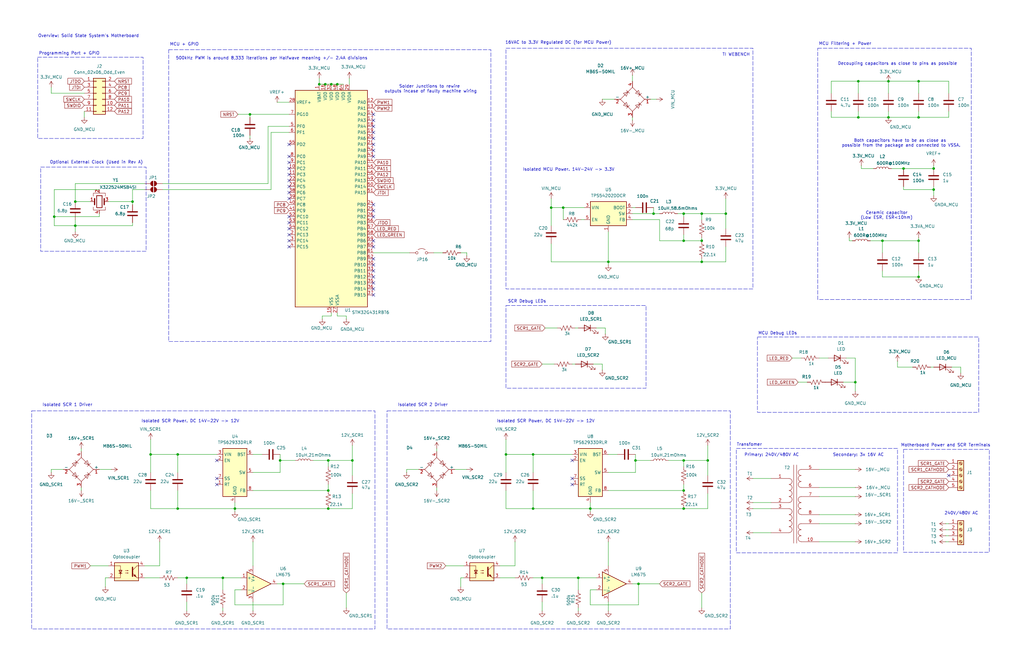
<source format=kicad_sch>
(kicad_sch (version 20250114) (generator "eeschema") (generator_version "9.0")
  (paper "B")
  (title_block (title "SSS SCR Motherboard") (date "2025-07-11") (rev "A") (company "Secured Solutions Group"))
  (rectangle (start 381 189.611) (end 417.195 233.045) (stroke (width 0) (type dash)))
  (rectangle (start 13.335 173.355) (end 158.115 265.43) (stroke (width 0) (type dash)))
  (rectangle (start 213.36 20.32) (end 317.5 121.92) (stroke (width 0) (type dash)))
  (rectangle (start 163.195 173.355) (end 307.975 265.43) (stroke (width 0) (type dash)))
  (rectangle (start 213.36 128.905) (end 272.415 163.83) (stroke (width 0) (type dash)))
  (rectangle (start 17.145 70.485) (end 61.595 106.045) (stroke (width 0) (type dash)))
  (rectangle (start 71.12 20.955) (end 207.01 144.145) (stroke (width 0) (type dash)))
  (rectangle (start 344.805 20.32) (end 409.575 126.365) (stroke (width 0) (type dash)))
  (rectangle (start 310.515 189.23) (end 378.46 233.299) (stroke (width 0) (type dash)))
  (rectangle (start 15.875 24.13) (end 60.325 58.42) (stroke (width 0) (type dash)))
  (rectangle (start 319.405 142.24) (end 412.75 173.99) (stroke (width 0) (type dash)))
  (text "Secondary: 3x 16V AC" (at 361.95 192.024 0) (effects (font (size 1.27 1.27))))
  (text "Isolated SCR Power. DC 14V-22V -> 12V" (at 80.264 177.8 0) (effects (font (size 1.27 1.27))))
  (text "Motherboard Power and SCR Terminals" (at 398.78 187.96 0) (effects (font (size 1.27 1.27))))
  (text "Isolated SCR 2 Driver\n" (at 178.308 170.942 0) (effects (font (size 1.27 1.27))))
  (text "MCU + GPIO" (at 77.724 18.796 0) (effects (font (size 1.27 1.27))))
  (text "Isolated SCR 1 Driver\n" (at 28.448 170.942 0) (effects (font (size 1.27 1.27))))
  (text "Decoupling capacitors as close to pins as possible" (at 378.46 26.924 0) (effects (font (size 1.27 1.27))))
  (text "Primary: 240V/480V AC" (at 325.374 192.024 0) (effects (font (size 1.27 1.27))))
  (text "Optional External Clock (Used in Rev A)" (at 40.64 68.58 0) (effects (font (size 1.27 1.27))))
  (text "Transfomer" (at 315.976 187.706 0) (effects (font (size 1.27 1.27))))
  (text "SCR Debug LEDs" (at 222.25 127.254 0) (effects (font (size 1.27 1.27))))
  (text "Solder Junctions to rewire \noutputs incase of faulty machine wiring" (at 181.61 37.592 0) (effects (font (size 1.27 1.27))))
  (text "500kHz PWM is around 8,333 iterations per Halfwave meaning +/- 2.4A divisions" (at 114.554 24.638 0) (effects (font (size 1.27 1.27))))
  (text "MCU Filtering + Power\n" (at 356.362 18.542 0) (effects (font (size 1.27 1.27))))
  (text "Isolated MCU Power. 14V-24V -> 3.3V" (at 239.776 71.628 0) (effects (font (size 1.27 1.27))))
  (text "Both capacitors have to be as close as \npossible from the package and connected to VSSA.\n" (at 379.984 60.452 0) (effects (font (size 1.27 1.27))))
  (text "TI WEBENCH" (at 310.388 23.114 0) (effects (font (size 1.27 1.27))))
  (text "Ceramic capacitor\n(Low ESR, ESR<10hm)" (at 373.888 90.932 0) (effects (font (size 1.27 1.27))))
  (text "Isolated SCR Power. DC 14V-22V -> 12V" (at 230.124 177.8 0) (effects (font (size 1.27 1.27))))
  (text "Programming Port + GPIO" (at 29.21 22.606 0) (effects (font (size 1.27 1.27))))
  (text "MCU Debug LEDs" (at 327.914 140.716 0) (effects (font (size 1.27 1.27))))
  (text "240V/480V AC" (at 405.384 216.662 0) (effects (font (size 1.27 1.27))))
  (text "Overview: Solid State System's Motherboard" (at 37.338 15.24 0) (effects (font (size 1.27 1.27))))
  (text "16VAC to 3.3V Regulated DC (for MCU Power)\n" (at 235.458 18.034 0) (effects (font (size 1.27 1.27))))
  (junction (at 295.91 101.6))
  (junction (at 55.88 85.09))
  (junction (at 288.29 90.17))
  (junction (at 248.92 214.63))
  (junction (at 393.7 80.01))
  (junction (at 295.91 90.17))
  (junction (at 387.35 49.53))
  (junction (at 213.36 191.77))
  (junction (at 93.98 243.84))
  (junction (at 74.93 191.77))
  (junction (at 137.16 35.56))
  (junction (at 381 71.12))
  (junction (at 374.65 34.29))
  (junction (at 387.35 116.84))
  (junction (at 99.06 214.63))
  (junction (at 31.75 95.25))
  (junction (at 105.41 48.26))
  (junction (at 275.59 90.17))
  (junction (at 387.35 101.6))
  (junction (at 243.84 243.84))
  (junction (at 224.79 214.63))
  (junction (at 74.93 214.63))
  (junction (at 361.95 49.53))
  (junction (at 306.07 90.17))
  (junction (at 31.75 85.09))
  (junction (at 119.38 246.38))
  (junction (at 256.54 110.49))
  (junction (at 63.5 191.77))
  (junction (at 138.43 214.63))
  (junction (at 374.65 49.53))
  (junction (at 142.24 35.56))
  (junction (at 269.24 246.38))
  (junction (at 288.29 194.31))
  (junction (at 295.91 110.49))
  (junction (at 228.6 243.84))
  (junction (at 360.68 161.29))
  (junction (at 237.49 87.63))
  (junction (at 139.7 35.56))
  (junction (at 138.43 207.01))
  (junction (at 387.35 34.29))
  (junction (at 78.74 243.84))
  (junction (at 267.97 194.31))
  (junction (at 288.29 214.63))
  (junction (at 138.43 194.31))
  (junction (at 232.41 87.63))
  (junction (at 288.29 101.6))
  (junction (at 298.45 194.31))
  (junction (at 22.86 91.44))
  (junction (at 134.62 35.56))
  (junction (at 288.29 207.01))
  (junction (at 118.11 194.31))
  (junction (at 393.7 71.12))
  (junction (at 224.79 191.77))
  (junction (at 361.95 34.29))
  (junction (at 148.59 194.31))
  (junction (at 372.11 101.6))
  (no_connect (at 91.44 194.31))
  (no_connect (at 91.44 204.47))
  (no_connect (at 157.48 119.38))
  (no_connect (at 121.92 73.66))
  (no_connect (at 121.92 81.28))
  (no_connect (at 121.92 93.98))
  (no_connect (at 121.92 76.2))
  (no_connect (at 157.48 48.26))
  (no_connect (at 157.48 114.3))
  (no_connect (at 157.48 63.5))
  (no_connect (at 121.92 104.14))
  (no_connect (at 157.48 101.6))
  (no_connect (at 121.92 101.6))
  (no_connect (at 157.48 86.36))
  (no_connect (at 121.92 78.74))
  (no_connect (at 157.48 50.8))
  (no_connect (at 157.48 53.34))
  (no_connect (at 241.3 204.47))
  (no_connect (at 400.05 200.66))
  (no_connect (at 241.3 194.31))
  (no_connect (at 121.92 91.44))
  (no_connect (at 121.92 83.82))
  (no_connect (at 121.92 60.96))
  (no_connect (at 121.92 66.04))
  (no_connect (at 241.3 201.93))
  (no_connect (at 157.48 91.44))
  (no_connect (at 157.48 88.9))
  (no_connect (at 157.48 58.42))
  (no_connect (at 157.48 121.92))
  (no_connect (at 157.48 60.96))
  (no_connect (at 121.92 99.06))
  (no_connect (at 121.92 68.58))
  (no_connect (at 121.92 71.12))
  (no_connect (at 157.48 55.88))
  (no_connect (at 157.48 109.22))
  (no_connect (at 91.44 201.93))
  (no_connect (at 157.48 111.76))
  (no_connect (at 157.48 66.04))
  (no_connect (at 121.92 96.52))
  (no_connect (at 157.48 116.84))
  (no_connect (at 157.48 104.14))
  (no_connect (at 157.48 124.46))
  (wire (pts (xy 245.11 92.71) (xy 246.38 92.71)))
  (wire (pts (xy 100.33 48.26) (xy 105.41 48.26)))
  (wire (pts (xy 360.68 217.17) (xy 345.44 217.17)))
  (wire (pts (xy 93.98 243.84) (xy 93.98 248.92)))
  (wire (pts (xy 361.95 46.99) (xy 361.95 49.53)))
  (wire (pts (xy 60.96 80.01) (xy 55.88 80.01)))
  (wire (pts (xy 363.22 69.85) (xy 363.22 71.12)))
  (wire (pts (xy 400.05 46.99) (xy 400.05 49.53)))
  (wire (pts (xy 387.35 46.99) (xy 387.35 49.53)))
  (wire (pts (xy 375.92 71.12) (xy 381 71.12)))
  (wire (pts (xy 119.38 246.38) (xy 116.84 246.38)))
  (wire (pts (xy 266.7 49.53) (xy 266.7 50.8)))
  (wire (pts (xy 99.06 212.09) (xy 99.06 214.63)))
  (wire (pts (xy 21.59 36.83) (xy 21.59 39.37)))
  (wire (pts (xy 31.75 85.09) (xy 38.1 85.09)))
  (wire (pts (xy 217.17 228.6) (xy 217.17 238.76)))
  (wire (pts (xy 337.82 151.13) (xy 334.01 151.13)))
  (wire (pts (xy 248.92 248.92) (xy 248.92 255.27)))
  (wire (pts (xy 182.88 106.68) (xy 186.69 106.68)))
  (wire (pts (xy 356.87 151.13) (xy 360.68 151.13)))
  (wire (pts (xy 213.36 214.63) (xy 224.79 214.63)))
  (wire (pts (xy 361.95 34.29) (xy 374.65 34.29)))
  (wire (pts (xy 288.29 99.06) (xy 288.29 101.6)))
  (wire (pts (xy 138.43 194.31) (xy 148.59 194.31)))
  (wire (pts (xy 132.08 194.31) (xy 138.43 194.31)))
  (wire (pts (xy 398.78 228.6) (xy 400.05 228.6)))
  (wire (pts (xy 114.3 80.01) (xy 68.58 80.01)))
  (wire (pts (xy 224.79 191.77) (xy 241.3 191.77)))
  (wire (pts (xy 255.27 138.43) (xy 251.46 138.43)))
  (wire (pts (xy 256.54 111.76) (xy 256.54 110.49)))
  (wire (pts (xy 288.29 204.47) (xy 288.29 207.01)))
  (wire (pts (xy 34.29 205.74) (xy 34.29 207.01)))
  (wire (pts (xy 113.03 77.47) (xy 113.03 53.34)))
  (wire (pts (xy 213.36 207.01) (xy 213.36 214.63)))
  (wire (pts (xy 256.54 110.49) (xy 295.91 110.49)))
  (wire (pts (xy 113.03 77.47) (xy 68.58 77.47)))
  (wire (pts (xy 21.59 199.39) (xy 21.59 198.12)))
  (wire (pts (xy 360.68 205.74) (xy 345.44 205.74)))
  (wire (pts (xy 93.98 256.54) (xy 93.98 257.81)))
  (wire (pts (xy 350.52 46.99) (xy 350.52 49.53)))
  (wire (pts (xy 360.68 228.6) (xy 345.44 228.6)))
  (wire (pts (xy 360.68 198.12) (xy 345.44 198.12)))
  (wire (pts (xy 116.84 43.18) (xy 121.92 43.18)))
  (wire (pts (xy 31.75 85.09) (xy 31.75 77.47)))
  (wire (pts (xy 393.7 80.01) (xy 393.7 78.74)))
  (wire (pts (xy 106.68 228.6) (xy 106.68 238.76)))
  (wire (pts (xy 106.68 254) (xy 106.68 257.81)))
  (wire (pts (xy 237.49 87.63) (xy 246.38 87.63)))
  (wire (pts (xy 398.78 226.06) (xy 400.05 226.06)))
  (wire (pts (xy 243.84 243.84) (xy 251.46 243.84)))
  (wire (pts (xy 372.11 101.6) (xy 387.35 101.6)))
  (wire (pts (xy 194.31 243.84) (xy 195.58 243.84)))
  (wire (pts (xy 228.6 153.67) (xy 233.68 153.67)))
  (wire (pts (xy 400.05 39.37) (xy 400.05 34.29)))
  (wire (pts (xy 114.3 80.01) (xy 114.3 55.88)))
  (wire (pts (xy 78.74 254) (xy 78.74 257.81)))
  (wire (pts (xy 306.07 90.17) (xy 306.07 83.82)))
  (wire (pts (xy 393.7 82.55) (xy 393.7 80.01)))
  (wire (pts (xy 398.78 220.98) (xy 400.05 220.98)))
  (wire (pts (xy 254 156.21) (xy 254 153.67)))
  (wire (pts (xy 248.92 255.27) (xy 269.24 255.27)))
  (wire (pts (xy 254 41.91) (xy 259.08 41.91)))
  (wire (pts (xy 134.62 33.02) (xy 134.62 35.56)))
  (wire (pts (xy 134.62 35.56) (xy 137.16 35.56)))
  (wire (pts (xy 248.92 214.63) (xy 288.29 214.63)))
  (wire (pts (xy 381 80.01) (xy 381 78.74)))
  (wire (pts (xy 224.79 207.01) (xy 224.79 214.63)))
  (wire (pts (xy 142.24 35.56) (xy 144.78 35.56)))
  (wire (pts (xy 106.68 199.39) (xy 118.11 199.39)))
  (wire (pts (xy 358.14 101.6) (xy 359.41 101.6)))
  (wire (pts (xy 361.95 39.37) (xy 361.95 34.29)))
  (wire (pts (xy 350.52 34.29) (xy 350.52 39.37)))
  (wire (pts (xy 22.86 80.01) (xy 22.86 91.44)))
  (wire (pts (xy 41.91 91.44) (xy 41.91 90.17)))
  (wire (pts (xy 228.6 243.84) (xy 243.84 243.84)))
  (wire (pts (xy 99.06 248.92) (xy 99.06 255.27)))
  (wire (pts (xy 360.68 220.98) (xy 345.44 220.98)))
  (wire (pts (xy 278.13 92.71) (xy 278.13 101.6)))
  (wire (pts (xy 139.7 133.35) (xy 135.89 133.35)))
  (wire (pts (xy 148.59 200.66) (xy 148.59 194.31)))
  (wire (pts (xy 367.03 101.6) (xy 372.11 101.6)))
  (wire (pts (xy 255.27 140.97) (xy 255.27 138.43)))
  (wire (pts (xy 248.92 212.09) (xy 248.92 214.63)))
  (wire (pts (xy 295.91 250.19) (xy 295.91 256.54)))
  (wire (pts (xy 146.05 133.35) (xy 146.05 134.62)))
  (wire (pts (xy 387.35 106.68) (xy 387.35 101.6)))
  (wire (pts (xy 63.5 191.77) (xy 63.5 199.39)))
  (wire (pts (xy 387.35 39.37) (xy 387.35 34.29)))
  (wire (pts (xy 266.7 92.71) (xy 278.13 92.71)))
  (wire (pts (xy 22.86 91.44) (xy 41.91 91.44)))
  (wire (pts (xy 393.7 71.12) (xy 381 71.12)))
  (wire (pts (xy 295.91 109.22) (xy 295.91 110.49)))
  (wire (pts (xy 387.35 100.33) (xy 387.35 101.6)))
  (wire (pts (xy 288.29 196.85) (xy 288.29 194.31)))
  (wire (pts (xy 298.45 200.66) (xy 298.45 194.31)))
  (wire (pts (xy 213.36 185.42) (xy 213.36 191.77)))
  (wire (pts (xy 105.41 48.26) (xy 121.92 48.26)))
  (wire (pts (xy 119.38 246.38) (xy 128.27 246.38)))
  (wire (pts (xy 224.79 191.77) (xy 213.36 191.77)))
  (wire (pts (xy 55.88 86.36) (xy 55.88 85.09)))
  (wire (pts (xy 55.88 93.98) (xy 55.88 95.25)))
  (wire (pts (xy 374.65 34.29) (xy 387.35 34.29)))
  (wire (pts (xy 196.85 106.68) (xy 194.31 106.68)))
  (wire (pts (xy 398.78 223.52) (xy 400.05 223.52)))
  (wire (pts (xy 288.29 101.6) (xy 295.91 101.6)))
  (wire (pts (xy 99.06 248.92) (xy 101.6 248.92)))
  (wire (pts (xy 74.93 243.84) (xy 78.74 243.84)))
  (wire (pts (xy 285.75 90.17) (xy 288.29 90.17)))
  (wire (pts (xy 171.45 199.39) (xy 171.45 198.12)))
  (wire (pts (xy 114.3 55.88) (xy 121.92 55.88)))
  (wire (pts (xy 224.79 191.77) (xy 224.79 199.39)))
  (wire (pts (xy 256.54 110.49) (xy 256.54 97.79)))
  (wire (pts (xy 147.32 33.02) (xy 147.32 35.56)))
  (wire (pts (xy 55.88 80.01) (xy 55.88 85.09)))
  (wire (pts (xy 228.6 243.84) (xy 228.6 246.38)))
  (wire (pts (xy 74.93 191.77) (xy 63.5 191.77)))
  (wire (pts (xy 405.13 154.94) (xy 401.32 154.94)))
  (wire (pts (xy 31.75 92.71) (xy 31.75 95.25)))
  (wire (pts (xy 288.29 214.63) (xy 298.45 214.63)))
  (wire (pts (xy 349.25 151.13) (xy 345.44 151.13)))
  (wire (pts (xy 361.95 49.53) (xy 374.65 49.53)))
  (wire (pts (xy 228.6 254) (xy 228.6 257.81)))
  (wire (pts (xy 378.46 152.4) (xy 378.46 154.94)))
  (wire (pts (xy 288.29 90.17) (xy 295.91 90.17)))
  (wire (pts (xy 44.45 243.84) (xy 45.72 243.84)))
  (wire (pts (xy 78.74 243.84) (xy 78.74 246.38)))
  (wire (pts (xy 387.35 116.84) (xy 372.11 116.84)))
  (wire (pts (xy 340.36 161.29) (xy 336.55 161.29)))
  (wire (pts (xy 118.11 194.31) (xy 124.46 194.31)))
  (wire (pts (xy 22.86 91.44) (xy 22.86 95.25)))
  (wire (pts (xy 106.68 191.77) (xy 110.49 191.77)))
  (wire (pts (xy 148.59 194.31) (xy 148.59 187.96)))
  (wire (pts (xy 99.06 255.27) (xy 119.38 255.27)))
  (wire (pts (xy 31.75 95.25) (xy 55.88 95.25)))
  (wire (pts (xy 267.97 194.31) (xy 274.32 194.31)))
  (wire (pts (xy 237.49 87.63) (xy 237.49 92.71)))
  (wire (pts (xy 187.96 238.76) (xy 195.58 238.76)))
  (wire (pts (xy 278.13 101.6) (xy 288.29 101.6)))
  (wire (pts (xy 360.68 151.13) (xy 360.68 161.29)))
  (wire (pts (xy 38.1 238.76) (xy 45.72 238.76)))
  (wire (pts (xy 139.7 133.35) (xy 139.7 132.08)))
  (wire (pts (xy 374.65 39.37) (xy 374.65 34.29)))
  (wire (pts (xy 306.07 96.52) (xy 306.07 90.17)))
  (wire (pts (xy 74.93 207.01) (xy 74.93 214.63)))
  (wire (pts (xy 22.86 80.01) (xy 41.91 80.01)))
  (wire (pts (xy 44.45 247.65) (xy 44.45 243.84)))
  (wire (pts (xy 105.41 58.42) (xy 105.41 57.15)))
  (wire (pts (xy 224.79 243.84) (xy 228.6 243.84)))
  (wire (pts (xy 254 153.67) (xy 250.19 153.67)))
  (wire (pts (xy 372.11 116.84) (xy 372.11 114.3)))
  (wire (pts (xy 317.5 214.63) (xy 325.12 214.63)))
  (wire (pts (xy 317.5 212.09) (xy 325.12 212.09)))
  (wire (pts (xy 21.59 39.37) (xy 35.56 39.37)))
  (wire (pts (xy 67.31 238.76) (xy 60.96 238.76)))
  (wire (pts (xy 99.06 215.9) (xy 99.06 214.63)))
  (wire (pts (xy 135.89 133.35) (xy 135.89 134.62)))
  (wire (pts (xy 256.54 207.01) (xy 288.29 207.01)))
  (wire (pts (xy 63.5 185.42) (xy 63.5 191.77)))
  (wire (pts (xy 288.29 194.31) (xy 298.45 194.31)))
  (wire (pts (xy 31.75 77.47) (xy 60.96 77.47)))
  (wire (pts (xy 146.05 250.19) (xy 146.05 256.54)))
  (wire (pts (xy 171.45 198.12) (xy 176.53 198.12)))
  (wire (pts (xy 288.29 90.17) (xy 288.29 91.44)))
  (wire (pts (xy 295.91 92.71) (xy 295.91 90.17)))
  (wire (pts (xy 157.48 106.68) (xy 172.72 106.68)))
  (wire (pts (xy 393.7 80.01) (xy 381 80.01)))
  (wire (pts (xy 138.43 196.85) (xy 138.43 194.31)))
  (wire (pts (xy 224.79 214.63) (xy 248.92 214.63)))
  (wire (pts (xy 355.6 161.29) (xy 360.68 161.29)))
  (wire (pts (xy 191.77 198.12) (xy 196.85 198.12)))
  (wire (pts (xy 350.52 49.53) (xy 361.95 49.53)))
  (wire (pts (xy 360.68 161.29) (xy 360.68 165.1)))
  (wire (pts (xy 256.54 254) (xy 256.54 257.81)))
  (wire (pts (xy 232.41 110.49) (xy 256.54 110.49)))
  (wire (pts (xy 243.84 256.54) (xy 243.84 257.81)))
  (wire (pts (xy 298.45 194.31) (xy 298.45 187.96)))
  (wire (pts (xy 139.7 35.56) (xy 142.24 35.56)))
  (wire (pts (xy 34.29 189.23) (xy 34.29 190.5)))
  (wire (pts (xy 232.41 87.63) (xy 232.41 95.25)))
  (wire (pts (xy 22.86 95.25) (xy 31.75 95.25)))
  (wire (pts (xy 378.46 154.94) (xy 384.81 154.94)))
  (wire (pts (xy 374.65 49.53) (xy 387.35 49.53)))
  (wire (pts (xy 31.75 95.25) (xy 31.75 97.79)))
  (wire (pts (xy 78.74 243.84) (xy 93.98 243.84)))
  (wire (pts (xy 106.68 207.01) (xy 138.43 207.01)))
  (wire (pts (xy 317.5 224.79) (xy 325.12 224.79)))
  (wire (pts (xy 194.31 247.65) (xy 194.31 243.84)))
  (wire (pts (xy 55.88 85.09) (xy 45.72 85.09)))
  (wire (pts (xy 74.93 191.77) (xy 91.44 191.77)))
  (wire (pts (xy 60.96 243.84) (xy 67.31 243.84)))
  (wire (pts (xy 137.16 35.56) (xy 139.7 35.56)))
  (wire (pts (xy 74.93 191.77) (xy 74.93 199.39)))
  (wire (pts (xy 387.35 49.53) (xy 400.05 49.53)))
  (wire (pts (xy 267.97 199.39) (xy 267.97 194.31)))
  (wire (pts (xy 317.5 201.93) (xy 325.12 201.93)))
  (wire (pts (xy 213.36 191.77) (xy 213.36 199.39)))
  (wire (pts (xy 274.32 41.91) (xy 276.86 41.91)))
  (wire (pts (xy 142.24 133.35) (xy 146.05 133.35)))
  (wire (pts (xy 256.54 191.77) (xy 260.35 191.77)))
  (wire (pts (xy 295.91 100.33) (xy 295.91 101.6)))
  (wire (pts (xy 248.92 215.9) (xy 248.92 214.63)))
  (wire (pts (xy 269.24 255.27) (xy 269.24 246.38)))
  (wire (pts (xy 74.93 214.63) (xy 99.06 214.63)))
  (wire (pts (xy 248.92 248.92) (xy 251.46 248.92)))
  (wire (pts (xy 138.43 204.47) (xy 138.43 207.01)))
  (wire (pts (xy 306.07 104.14) (xy 306.07 110.49)))
  (wire (pts (xy 275.59 87.63) (xy 275.59 90.17)))
  (wire (pts (xy 387.35 116.84) (xy 387.35 114.3)))
  (wire (pts (xy 256.54 199.39) (xy 267.97 199.39)))
  (wire (pts (xy 105.41 49.53) (xy 105.41 48.26)))
  (wire (pts (xy 63.5 214.63) (xy 74.93 214.63)))
  (wire (pts (xy 210.82 243.84) (xy 217.17 243.84)))
  (wire (pts (xy 266.7 31.75) (xy 266.7 34.29)))
  (wire (pts (xy 118.11 191.77) (xy 118.11 194.31)))
  (wire (pts (xy 374.65 46.99) (xy 374.65 49.53)))
  (wire (pts (xy 196.85 107.95) (xy 196.85 106.68)))
  (wire (pts (xy 35.56 49.53) (xy 35.56 46.99)))
  (wire (pts (xy 350.52 34.29) (xy 361.95 34.29)))
  (wire (pts (xy 21.59 198.12) (xy 26.67 198.12)))
  (wire (pts (xy 267.97 191.77) (xy 267.97 194.31)))
  (wire (pts (xy 229.87 138.43) (xy 234.95 138.43)))
  (wire (pts (xy 67.31 228.6) (xy 67.31 238.76)))
  (wire (pts (xy 358.14 100.33) (xy 358.14 101.6)))
  (wire (pts (xy 148.59 208.28) (xy 148.59 214.63)))
  (wire (pts (xy 363.22 71.12) (xy 368.3 71.12)))
  (wire (pts (xy 256.54 228.6) (xy 256.54 238.76)))
  (wire (pts (xy 93.98 243.84) (xy 101.6 243.84)))
  (wire (pts (xy 360.68 209.55) (xy 345.44 209.55)))
  (wire (pts (xy 232.41 87.63) (xy 237.49 87.63)))
  (wire (pts (xy 269.24 246.38) (xy 266.7 246.38)))
  (wire (pts (xy 405.13 157.48) (xy 405.13 154.94)))
  (wire (pts (xy 266.7 87.63) (xy 267.97 87.63)))
  (wire (pts (xy 99.06 214.63) (xy 138.43 214.63)))
  (wire (pts (xy 184.15 189.23) (xy 184.15 190.5)))
  (wire (pts (xy 295.91 90.17) (xy 306.07 90.17)))
  (wire (pts (xy 41.91 198.12) (xy 46.99 198.12)))
  (wire (pts (xy 184.15 205.74) (xy 184.15 207.01)))
  (wire (pts (xy 393.7 69.85) (xy 393.7 71.12)))
  (wire (pts (xy 113.03 53.34) (xy 121.92 53.34)))
  (wire (pts (xy 138.43 214.63) (xy 148.59 214.63)))
  (wire (pts (xy 232.41 102.87) (xy 232.41 110.49)))
  (wire (pts (xy 275.59 90.17) (xy 278.13 90.17)))
  (wire (pts (xy 269.24 246.38) (xy 278.13 246.38)))
  (wire (pts (xy 119.38 255.27) (xy 119.38 246.38)))
  (wire (pts (xy 217.17 238.76) (xy 210.82 238.76)))
  (wire (pts (xy 387.35 34.29) (xy 400.05 34.29)))
  (wire (pts (xy 241.3 153.67) (xy 242.57 153.67)))
  (wire (pts (xy 295.91 110.49) (xy 306.07 110.49)))
  (wire (pts (xy 118.11 199.39) (xy 118.11 194.31)))
  (wire (pts (xy 266.7 90.17) (xy 275.59 90.17)))
  (wire (pts (xy 232.41 83.82) (xy 232.41 87.63)))
  (wire (pts (xy 243.84 243.84) (xy 243.84 248.92)))
  (wire (pts (xy 298.45 208.28) (xy 298.45 214.63)))
  (wire (pts (xy 281.94 194.31) (xy 288.29 194.31)))
  (wire (pts (xy 63.5 207.01) (xy 63.5 214.63)))
  (wire (pts (xy 242.57 138.43) (xy 243.84 138.43)))
  (wire (pts (xy 372.11 106.68) (xy 372.11 101.6)))
  (wire (pts (xy 142.24 133.35) (xy 142.24 132.08)))
  (wire (pts (xy 392.43 154.94) (xy 393.7 154.94)))
  (global_label "LED_GREEN" (shape input) (at 157.48 99.06 0) (property "Intersheetrefs" "${INTERSHEET_REFS}" (effects (hide yes))))
  (global_label "SCR2_GATE" (shape input) (at 400.05 203.2 180) (property "Intersheetrefs" "${INTERSHEET_REFS}" (effects (hide yes))))
  (global_label "JTDO" (shape input) (at 157.48 93.98 0) (property "Intersheetrefs" "${INTERSHEET_REFS}" (effects (hide yes))))
  (global_label "PA10" (shape input) (at 157.48 68.58 0) (property "Intersheetrefs" "${INTERSHEET_REFS}" (effects (hide yes))))
  (global_label "PC8" (shape input) (at 48.26 36.83 0) (property "Intersheetrefs" "${INTERSHEET_REFS}" (effects (hide yes))))
  (global_label "SCR1_CATHODE" (shape input) (at 400.05 198.12 180) (property "Intersheetrefs" "${INTERSHEET_REFS}" (effects (hide yes))))
  (global_label "JTDI" (shape input) (at 157.48 81.28 0) (property "Intersheetrefs" "${INTERSHEET_REFS}" (effects (hide yes))))
  (global_label "SCR1_GATE" (shape input) (at 400.05 195.58 180) (property "Intersheetrefs" "${INTERSHEET_REFS}" (effects (hide yes))))
  (global_label "SWCLK" (shape input) (at 157.48 78.74 0) (property "Intersheetrefs" "${INTERSHEET_REFS}" (effects (hide yes))))
  (global_label "PWM1" (shape input) (at 38.1 238.76 180) (property "Intersheetrefs" "${INTERSHEET_REFS}" (effects (hide yes))))
  (global_label "JTDI" (shape input) (at 35.56 36.83 180) (property "Intersheetrefs" "${INTERSHEET_REFS}" (effects (hide yes))))
  (global_label "PA11" (shape input) (at 48.26 44.45 0) (property "Intersheetrefs" "${INTERSHEET_REFS}" (effects (hide yes))))
  (global_label "NRST" (shape input) (at 48.26 34.29 0) (property "Intersheetrefs" "${INTERSHEET_REFS}" (effects (hide yes))))
  (global_label "SWCLK" (shape input) (at 35.56 41.91 180) (property "Intersheetrefs" "${INTERSHEET_REFS}" (effects (hide yes))))
  (global_label "LED_RED" (shape input) (at 157.48 96.52 0) (property "Intersheetrefs" "${INTERSHEET_REFS}" (effects (hide yes))))
  (global_label "SCR2_CATHODE" (shape input) (at 400.05 205.74 180) (property "Intersheetrefs" "${INTERSHEET_REFS}" (effects (hide yes))))
  (global_label "LED_GREEN" (shape input) (at 336.55 161.29 180) (property "Intersheetrefs" "${INTERSHEET_REFS}" (effects (hide yes))))
  (global_label "NRST" (shape input) (at 100.33 48.26 180) (property "Intersheetrefs" "${INTERSHEET_REFS}" (effects (hide yes))))
  (global_label "PA12" (shape input) (at 48.26 46.99 0) (property "Intersheetrefs" "${INTERSHEET_REFS}" (effects (hide yes))))
  (global_label "PA11" (shape input) (at 157.48 71.12 0) (property "Intersheetrefs" "${INTERSHEET_REFS}" (effects (hide yes))))
  (global_label "JTDO" (shape input) (at 35.56 34.29 180) (property "Intersheetrefs" "${INTERSHEET_REFS}" (effects (hide yes))))
  (global_label "SCR1_GATE" (shape input) (at 128.27 246.38 0) (property "Intersheetrefs" "${INTERSHEET_REFS}" (effects (hide yes))))
  (global_label "PA10" (shape input) (at 48.26 41.91 0) (property "Intersheetrefs" "${INTERSHEET_REFS}" (effects (hide yes))))
  (global_label "PWM2" (shape input) (at 187.96 238.76 180) (property "Intersheetrefs" "${INTERSHEET_REFS}" (effects (hide yes))))
  (global_label "PC9" (shape input) (at 48.26 39.37 0) (property "Intersheetrefs" "${INTERSHEET_REFS}" (effects (hide yes))))
  (global_label "LED_RED" (shape input) (at 334.01 151.13 180) (property "Intersheetrefs" "${INTERSHEET_REFS}" (effects (hide yes))))
  (global_label "SCR2_GATE" (shape input) (at 278.13 246.38 0) (property "Intersheetrefs" "${INTERSHEET_REFS}" (effects (hide yes))))
  (global_label "PC8" (shape input) (at 121.92 86.36 180) (property "Intersheetrefs" "${INTERSHEET_REFS}" (effects (hide yes))))
  (global_label "SCR1_GATE" (shape input) (at 229.87 138.43 180) (property "Intersheetrefs" "${INTERSHEET_REFS}" (effects (hide yes))))
  (global_label "SCR2_CATHODE" (shape input) (at 295.91 250.19 90) (property "Intersheetrefs" "${INTERSHEET_REFS}" (effects (hide yes))))
  (global_label "PWM2" (shape input) (at 157.48 45.72 0) (property "Intersheetrefs" "${INTERSHEET_REFS}" (effects (hide yes))))
  (global_label "PWM1" (shape input) (at 157.48 43.18 0) (property "Intersheetrefs" "${INTERSHEET_REFS}" (effects (hide yes))))
  (global_label "SCR2_GATE" (shape input) (at 228.6 153.67 180) (property "Intersheetrefs" "${INTERSHEET_REFS}" (effects (hide yes))))
  (global_label "SWDIO" (shape input) (at 35.56 44.45 180) (property "Intersheetrefs" "${INTERSHEET_REFS}" (effects (hide yes))))
  (global_label "SCR1_CATHODE" (shape input) (at 146.05 250.19 90) (property "Intersheetrefs" "${INTERSHEET_REFS}" (effects (hide yes))))
  (global_label "PC9" (shape input) (at 121.92 88.9 180) (property "Intersheetrefs" "${INTERSHEET_REFS}" (effects (hide yes))))
  (global_label "SWDIO" (shape input) (at 157.48 76.2 0) (property "Intersheetrefs" "${INTERSHEET_REFS}" (effects (hide yes))))
  (global_label "PA12" (shape input) (at 157.48 73.66 0) (property "Intersheetrefs" "${INTERSHEET_REFS}" (effects (hide yes))))
  (symbol (lib_id "power:VDDA") (at 147.32 33.02 0) (unit 1)
    (property "Reference" "#PWR013" (effects (hide yes)))
    (property "Value" "3.3VA_MCU" (at 143.764 28.194 0) (effects (justify left)))
    (property "Description" "Power symbol creates a global label with name \"VDDA\"" (effects (hide yes)))
  )
  (symbol (lib_id "power:VDD") (at 374.65 34.29 0) (unit 1)
    (property "Reference" "#PWR033" (effects (hide yes)))
    (property "Value" "3.3V_MCU" (at 370.84 30.226 0) (effects (justify left)))
    (property "Description" "Power symbol creates a global label with name \"VDD\"" (effects (hide yes)))
  )
  (symbol (lib_id "power:GND") (at 35.56 49.53 0) (unit 1)
    (property "Reference" "#PWR018" (effects (hide yes)))
    (property "Value" "GND_MCU" (at 35.56 54.61 0))
    (property "Description" "Power symbol creates a global label with name \"GND\" , ground" (effects (hide yes)))
  )
  (symbol (lib_id "Diode_Bridge:ABS2") (at 34.29 198.12 0) (unit 1)
    (property "Reference" "D3" (at 20.828 183.896 0))
    (property "Value" "MB6S-50MIL" (at 49.53 188.214 0))
    (property "Footprint" "Diode_SMD:Diode_Bridge_Diotec_ABS" (effects (hide yes)))
    (property "Datasheet" "https://diotec.com/tl_files/diotec/files/pdf/datasheets/abs2.pdf" (effects (hide yes)))
    (property "Description" "Miniature Glass Passivated Single-Phase Surface Mount Bridge Rectifiers, 140V Vrms, 0.8A If, ABS SMD package" (effects (hide yes)))
  )
  (symbol (lib_id "power:GND") (at 146.05 134.62 0) (unit 1)
    (property "Reference" "#PWR031" (effects (hide yes)))
    (property "Value" "GNDA_MCU" (at 148.59 138.938 0))
    (property "Description" "Power symbol creates a global label with name \"GND\" , ground" (effects (hide yes)))
  )
  (symbol (lib_id "Isolator:SFH617A-1") (at 53.34 241.3 0) (unit 1)
    (property "Reference" "U3" (at 53.34 232.41 0))
    (property "Value" "Optocoupler" (at 53.34 234.95 0))
    (property "Footprint" "Package_DIP:DIP-4_W7.62mm" (effects (hide yes)))
    (property "Datasheet" "http://www.vishay.com/docs/83740/sfh617a.pdf" (effects (hide yes)))
    (property "Description" "Optocoupler, Phototransistor Output, 5300 VRMS, VCEO 70V, CTR% 40-80, -55 to +110 degree Celsius, UL, BSI, FIMKO, cUL, THT PDIP-4" (effects (hide yes)))
  )
  (symbol (lib_id "Device:LED") (at 397.51 154.94 0) (mirror y) (unit 1)
    (property "Reference" "D6" (at 399.0975 148.59 0))
    (property "Value" "LED_MCU" (at 399.0975 151.13 0))
    (property "Description" "Light emitting diode" (effects (hide yes)))
    (property "Sim.Pins" "1=K 2=A" (effects (hide yes)))
  )
  (symbol (lib_id "power:VDD") (at 360.68 198.12 270) (unit 1)
    (property "Reference" "#PWR034" (effects (hide yes)))
    (property "Value" "16V-_MCU" (at 370.078 198.12 90))
    (property "Description" "Power symbol creates a global label with name \"VDD\"" (effects (hide yes)))
  )
  (symbol (lib_id "power:GND") (at 93.98 257.81 0) (unit 1)
    (property "Reference" "#PWR055" (effects (hide yes)))
    (property "Value" "GND_SCR1" (at 93.98 262.89 0))
    (property "Description" "Power symbol creates a global label with name \"GND\" , ground" (effects (hide yes)))
  )
  (symbol (lib_id "power:GND") (at 374.65 49.53 0) (unit 1)
    (property "Reference" "#PWR012" (effects (hide yes)))
    (property "Value" "GND_MCU" (at 375.158 53.594 0) (effects (justify left)))
    (property "Description" "Power symbol creates a global label with name \"GND\" , ground" (effects (hide yes)))
  )
  (symbol (lib_id "power:VDD") (at 360.68 205.74 270) (unit 1)
    (property "Reference" "#PWR021" (effects (hide yes)))
    (property "Value" "16V+_MCU" (at 370.332 205.74 90))
    (property "Description" "Power symbol creates a global label with name \"VDD\"" (effects (hide yes)))
  )
  (symbol (lib_id "Device:C") (at 400.05 43.18 0) (unit 1)
    (property "Reference" "C7" (at 403.86 41.9099 0) (effects (justify left)))
    (property "Value" "100n" (at 403.86 44.4499 0) (effects (justify left)))
    (property "Footprint" "Capacitor_SMD:C_0805_2012Metric" (effects (hide yes)))
    (property "Description" "Unpolarized capacitor" (effects (hide yes)))
  )
  (symbol (lib_id "Diode_Bridge:ABS2") (at 266.7 41.91 0) (unit 1)
    (property "Reference" "D2" (at 253.238 27.686 0))
    (property "Value" "MB6S-50MIL" (at 253.238 30.226 0))
    (property "Footprint" "Diode_SMD:Diode_Bridge_Diotec_ABS" (effects (hide yes)))
    (property "Datasheet" "https://diotec.com/tl_files/diotec/files/pdf/datasheets/abs2.pdf" (effects (hide yes)))
    (property "Description" "Miniature Glass Passivated Single-Phase Surface Mount Bridge Rectifiers, 140V Vrms, 0.8A If, ABS SMD package" (effects (hide yes)))
  )
  (symbol (lib_id "power:GND") (at 146.05 256.54 0) (unit 1)
    (property "Reference" "#PWR054" (effects (hide yes)))
    (property "Value" "GND_SCR1" (at 152.146 259.842 0))
    (property "Description" "Power symbol creates a global label with name \"GND\" , ground" (effects (hide yes)))
  )
  (symbol (lib_id "Connector_Generic:Conn_02x06_Odd_Even") (at 40.64 39.37 0) (unit 1)
    (property "Reference" "J2" (at 41.91 27.94 0))
    (property "Value" "Conn_02x06_Odd_Even" (at 41.91 30.48 0))
    (property "Footprint" "Connector_PinHeader_2.54mm:PinHeader_2x06_P2.54mm_Vertical" (effects (hide yes)))
    (property "Description" "Generic connector, double row, 02x06, odd/even pin numbering scheme (row 1 odd numbers, row 2 even numbers), script generated (kicad-library-utils/schlib/autogen/connector/)" (effects (hide yes)))
  )
  (symbol (lib_id "power:VDD") (at 46.99 198.12 270) (unit 1)
    (property "Reference" "#PWR049" (effects (hide yes)))
    (property "Value" "VIN_SCR1" (at 50.038 201.676 90))
    (property "Description" "Power symbol creates a global label with name \"VDD\"" (effects (hide yes)))
  )
  (symbol (lib_id "Device:R_US") (at 243.84 252.73 180) (unit 1)
    (property "Reference" "R15" (at 241.554 252.73 90))
    (property "Value" "500k" (at 239.776 253.238 90))
    (property "Footprint" "Resistor_SMD:R_0805_2012Metric" (effects (hide yes)))
    (property "Description" "Resistor, US symbol" (effects (hide yes)))
  )
  (symbol (lib_id "power:GND") (at 254 41.91 0) (unit 1)
    (property "Reference" "#PWR024" (effects (hide yes)))
    (property "Value" "GND_MCU" (at 254 48.26 0))
    (property "Description" "Power symbol creates a global label with name \"GND\" , ground" (effects (hide yes)))
  )
  (symbol (lib_id "Device:L") (at 363.22 101.6 270) (mirror x) (unit 1)
    (property "Reference" "L1" (at 363.22 96.52 90))
    (property "Value" "600R@100MHz" (at 367.03 99.314 90))
    (property "Footprint" "Inductor_SMD:L_0805_2012Metric" (effects (hide yes)))
    (property "Description" "Inductor" (effects (hide yes)))
  )
  (symbol (lib_id "Device:C") (at 271.78 87.63 270) (unit 1)
    (property "Reference" "C21" (at 274.066 84.836 90) (effects (justify left)))
    (property "Value" "100n" (at 268.478 82.804 90) (effects (justify left)))
    (property "Footprint" "Capacitor_SMD:C_0805_2012Metric" (effects (hide yes)))
    (property "Description" "Unpolarized capacitor" (effects (hide yes)))
  )
  (symbol (lib_id "power:VDD") (at 148.59 187.96 0) (unit 1)
    (property "Reference" "#PWR045" (effects (hide yes)))
    (property "Value" "12V_SCR1" (at 148.59 183.642 0))
    (property "Description" "Power symbol creates a global label with name \"VDD\"" (effects (hide yes)))
  )
  (symbol (lib_id "Device:C") (at 387.35 110.49 0) (unit 1)
    (property "Reference" "C13" (at 391.16 109.2199 0) (effects (justify left)))
    (property "Value" "1u" (at 391.16 111.7599 0) (effects (justify left)))
    (property "Footprint" "Capacitor_SMD:C_0805_2012Metric" (effects (hide yes)))
    (property "Description" "Unpolarized capacitor" (effects (hide yes)))
  )
  (symbol (lib_id "power:VDD") (at 266.7 31.75 0) (unit 1)
    (property "Reference" "#PWR020" (effects (hide yes)))
    (property "Value" "16V+_MCU" (at 266.7 28.702 0))
    (property "Description" "Power symbol creates a global label with name \"VDD\"" (effects (hide yes)))
  )
  (symbol (lib_id "power:GNDA") (at 393.7 82.55 0) (unit 1)
    (property "Reference" "#PWR07" (effects (hide yes)))
    (property "Value" "GNDA_MCU" (at 393.954 86.36 0) (effects (justify left)))
    (property "Description" "Power symbol creates a global label with name \"GNDA\" , analog ground" (effects (hide yes)))
  )
  (symbol (lib_id "Device:R_US") (at 93.98 252.73 180) (unit 1)
    (property "Reference" "R11" (at 91.694 252.73 90))
    (property "Value" "500k" (at 89.916 253.238 90))
    (property "Footprint" "Resistor_SMD:R_0805_2012Metric" (effects (hide yes)))
    (property "Description" "Resistor, US symbol" (effects (hide yes)))
  )
  (symbol (lib_id "Device:R_US") (at 138.43 210.82 180) (unit 1)
    (property "Reference" "R13" (at 141.986 209.55 0))
    (property "Value" "22.1k" (at 141.732 212.852 0))
    (property "Footprint" "Resistor_SMD:R_0805_2012Metric" (effects (hide yes)))
    (property "Description" "Resistor, US symbol" (effects (hide yes)))
  )
  (symbol (lib_id "Regulator_Switching:TPS54202DDC") (at 256.54 90.17 0) (unit 1)
    (property "Reference" "U5" (at 256.54 80.01 0))
    (property "Value" "TPS54202DDCR" (at 256.54 82.55 0))
    (property "Footprint" "Package_TO_SOT_SMD:SOT-23-6" (effects (hide yes)))
    (property "Datasheet" "http://www.ti.com/lit/ds/symlink/tps54202.pdf" (effects (hide yes)))
    (property "Description" "2A, 4.5 to 28V Input, EMI Friendly integrated switch synchronous step-down regulator, pulse-skipping, SOT-23-6" (effects (hide yes)))
  )
  (symbol (lib_id "Device:LED") (at 351.79 161.29 0) (mirror y) (unit 1)
    (property "Reference" "D5" (at 353.3775 154.94 0))
    (property "Value" "LED" (at 353.3775 157.48 0))
    (property "Description" "Light emitting diode" (effects (hide yes)))
    (property "Sim.Pins" "1=K 2=A" (effects (hide yes)))
  )
  (symbol (lib_id "power:VDD") (at 398.78 223.52 90) (unit 1)
    (property "Reference" "#PWR080" (effects (hide yes)))
    (property "Value" "T2" (at 393.7 223.774 90))
    (property "Description" "Power symbol creates a global label with name \"VDD\"" (effects (hide yes)))
  )
  (symbol (lib_id "Device:C") (at 350.52 43.18 0) (unit 1)
    (property "Reference" "C11" (at 354.33 41.9099 0) (effects (justify left)))
    (property "Value" "4.7u" (at 354.33 44.4499 0) (effects (justify left)))
    (property "Footprint" "Capacitor_SMD:C_0805_2012Metric" (effects (hide yes)))
    (property "Description" "Unpolarized capacitor" (effects (hide yes)))
  )
  (symbol (lib_id "power:GND") (at 31.75 97.79 0) (unit 1)
    (property "Reference" "#PWR083" (effects (hide yes)))
    (property "Value" "GND_MCU" (at 31.496 101.6 0))
    (property "Description" "Power symbol creates a global label with name \"GND\" , ground" (effects (hide yes)))
  )
  (symbol (lib_id "power:VDD") (at 360.68 228.6 270) (unit 1)
    (property "Reference" "#PWR060" (effects (hide yes)))
    (property "Value" "16V+_SCR2" (at 370.078 228.6 90))
    (property "Description" "Power symbol creates a global label with name \"VDD\"" (effects (hide yes)))
  )
  (symbol (lib_id "power:VDD") (at 298.45 187.96 0) (unit 1)
    (property "Reference" "#PWR075" (effects (hide yes)))
    (property "Value" "12V_SCR2" (at 298.45 183.642 0))
    (property "Description" "Power symbol creates a global label with name \"VDD\"" (effects (hide yes)))
  )
  (symbol (lib_id "power:VDD") (at 360.68 220.98 270) (unit 1)
    (property "Reference" "#PWR061" (effects (hide yes)))
    (property "Value" "16V-_SCR2" (at 370.332 220.218 90))
    (property "Description" "Power symbol creates a global label with name \"VDD\"" (effects (hide yes)))
  )
  (symbol (lib_id "MCU_ST_STM32G4:STM32G431RBTx") (at 139.7 83.82 0) (unit 1)
    (property "Reference" "U1" (at 145.288 130.81 0) (effects (justify left)))
    (property "Value" "STM32G431RBT6" (at 148.336 131.826 0) (effects (justify left)))
    (property "Footprint" "Package_QFP:LQFP-64_10x10mm_P0.5mm" (effects (hide yes)))
    (property "Datasheet" "https://www.st.com/resource/en/datasheet/stm32g431rb.pdf" (effects (hide yes)))
    (property "Description" "STMicroelectronics Arm Cortex-M4 MCU, 128KB flash, 32KB RAM, 170 MHz, 1.71-3.6V, 52 GPIO, LQFP64" (effects (hide yes)))
  )
  (symbol (lib_id "Device:L") (at 128.27 194.31 270) (mirror x) (unit 1)
    (property "Reference" "L4" (at 128.27 189.23 90))
    (property "Value" "10uH,21mOhms" (at 132.08 192.024 90))
    (property "Footprint" "Inductor_SMD:L_0805_2012Metric" (effects (hide yes)))
    (property "Description" "Inductor" (effects (hide yes)))
  )
  (symbol (lib_id "Device:R_US") (at 190.5 106.68 270) (unit 1)
    (property "Reference" "R6" (at 193.294 104.14 90))
    (property "Value" "10k" (at 190.5 108.966 90))
    (property "Footprint" "Resistor_SMD:R_0805_2012Metric" (effects (hide yes)))
    (property "Description" "Resistor, US symbol" (effects (hide yes)))
  )
  (symbol (lib_id "power:VDD") (at 34.29 207.01 180) (unit 1)
    (property "Reference" "#PWR048" (effects (hide yes)))
    (property "Value" "16V-_SCR1" (at 34.29 211.328 0))
    (property "Description" "Power symbol creates a global label with name \"VDD\"" (effects (hide yes)))
  )
  (symbol (lib_id "power:VDD") (at 360.68 209.55 270) (unit 1)
    (property "Reference" "#PWR059" (effects (hide yes)))
    (property "Value" "16V-_SCR1" (at 370.332 208.788 90))
    (property "Description" "Power symbol creates a global label with name \"VDD\"" (effects (hide yes)))
  )
  (symbol (lib_id "power:VDD") (at 378.46 152.4 0) (unit 1)
    (property "Reference" "#PWR035" (effects (hide yes)))
    (property "Value" "3.3V_MCU" (at 374.65 148.336 0) (effects (justify left)))
    (property "Description" "Power symbol creates a global label with name \"VDD\"" (effects (hide yes)))
  )
  (symbol (lib_id "power:VDD") (at 21.59 36.83 0) (unit 1)
    (property "Reference" "#PWR04" (effects (hide yes)))
    (property "Value" "3.3V_MCU" (at 21.59 32.512 0))
    (property "Description" "Power symbol creates a global label with name \"VDD\"" (effects (hide yes)))
  )
  (symbol (lib_id "Device:R_US") (at 71.12 243.84 90) (unit 1)
    (property "Reference" "R7" (at 71.12 241.554 90))
    (property "Value" "53" (at 70.358 246.888 90))
    (property "Footprint" "Resistor_SMD:R_0805_2012Metric" (effects (hide yes)))
    (property "Description" "Resistor, US symbol" (effects (hide yes)))
  )
  (symbol (lib_id "power:GND") (at 228.6 257.81 0) (unit 1)
    (property "Reference" "#PWR069" (effects (hide yes)))
    (property "Value" "GND_SCR2" (at 228.6 262.89 0))
    (property "Description" "Power symbol creates a global label with name \"GND\" , ground" (effects (hide yes)))
  )
  (symbol (lib_id "power:GND") (at 256.54 257.81 0) (unit 1)
    (property "Reference" "#PWR073" (effects (hide yes)))
    (property "Value" "GND_SCR2" (at 256.54 262.89 0))
    (property "Description" "Power symbol creates a global label with name \"GND\" , ground" (effects (hide yes)))
  )
  (symbol (lib_id "power:GND") (at 105.41 58.42 0) (unit 1)
    (property "Reference" "#PWR084" (effects (hide yes)))
    (property "Value" "GND_MCU" (at 105.156 62.23 0))
    (property "Description" "Power symbol creates a global label with name \"GND\" , ground" (effects (hide yes)))
  )
  (symbol (lib_id "power:VDD") (at 184.15 207.01 180) (unit 1)
    (property "Reference" "#PWR064" (effects (hide yes)))
    (property "Value" "16V-_SCR2" (at 184.15 211.328 0))
    (property "Description" "Power symbol creates a global label with name \"VDD\"" (effects (hide yes)))
  )
  (symbol (lib_id "Device:R_US") (at 295.91 96.52 0) (unit 1)
    (property "Reference" "R9" (at 298.704 92.71 0))
    (property "Value" "100k" (at 299.212 96.266 0))
    (property "Footprint" "Resistor_SMD:R_0805_2012Metric" (effects (hide yes)))
    (property "Description" "Resistor, US symbol" (effects (hide yes)))
  )
  (symbol (lib_id "Project_Lib:Transformer_2P_3S") (at 335.28 208.28 0) (unit 1)
    (property "Reference" "T2" (at 331.978 197.358 0))
    (property "Value" "Transformer_2P_3S" (effects (hide yes)))
    (property "Footprint" "Project_Lib:Transformer" (effects (hide yes)))
    (property "Description" "Transformer, 2 primary, 3 secondary" (effects (hide yes)))
  )
  (symbol (lib_id "Jumper:SolderJumper_2_Open") (at 64.77 80.01 0) (unit 1) (in_bom no)
    (property "Reference" "JP2" (at 63.754 82.804 0))
    (property "Value" "SolderJumper_2_Open" (effects (hide yes)))
    (property "Footprint" "Jumper:SolderJumper-2_P1.3mm_Open_Pad1.0x1.5mm" (effects (hide yes)))
    (property "Description" "Solder Jumper, 2-pole, open" (effects (hide yes)))
  )
  (symbol (lib_id "power:VDD") (at 184.15 189.23 0) (unit 1)
    (property "Reference" "#PWR063" (effects (hide yes)))
    (property "Value" "16V+_SCR2" (at 184.15 184.912 0))
    (property "Description" "Power symbol creates a global label with name \"VDD\"" (effects (hide yes)))
  )
  (symbol (lib_id "power:GND") (at 21.59 199.39 0) (unit 1)
    (property "Reference" "#PWR046" (effects (hide yes)))
    (property "Value" "GND_SCR1" (at 21.59 204.47 0))
    (property "Description" "Power symbol creates a global label with name \"GND\" , ground" (effects (hide yes)))
  )
  (symbol (lib_id "power:VDD") (at 363.22 69.85 0) (unit 1)
    (property "Reference" "#PWR036" (effects (hide yes)))
    (property "Value" "3.3V_MCU" (at 359.41 65.786 0) (effects (justify left)))
    (property "Description" "Power symbol creates a global label with name \"VDD\"" (effects (hide yes)))
  )
  (symbol (lib_id "Jumper:Jumper_2_Open") (at 177.8 106.68 0) (unit 1)
    (property "Reference" "JP16" (at 178.054 109.474 0))
    (property "Value" "Jumper_2_Open" (effects (hide yes)))
    (property "Footprint" "Connector_PinHeader_2.54mm:PinHeader_1x02_P2.54mm_Vertical" (effects (hide yes)))
    (property "Description" "Jumper, 2-pole, open" (effects (hide yes)))
  )
  (symbol (lib_id "Device:LED") (at 246.38 153.67 0) (mirror y) (unit 1)
    (property "Reference" "D7" (at 247.9675 147.32 0))
    (property "Value" "LED_SCR2" (at 247.9675 149.86 0))
    (property "Description" "Light emitting diode" (effects (hide yes)))
    (property "Sim.Pins" "1=K 2=A" (effects (hide yes)))
  )
  (symbol (lib_id "power:VDD") (at 232.41 83.82 0) (unit 1)
    (property "Reference" "#PWR030" (effects (hide yes)))
    (property "Value" "VIN_MCU" (at 232.41 79.502 0))
    (property "Description" "Power symbol creates a global label with name \"VDD\"" (effects (hide yes)))
  )
  (symbol (lib_id "power:VDD") (at 398.78 220.98 90) (unit 1)
    (property "Reference" "#PWR081" (effects (hide yes)))
    (property "Value" "T1" (at 393.7 221.234 90))
    (property "Description" "Power symbol creates a global label with name \"VDD\"" (effects (hide yes)))
  )
  (symbol (lib_id "power:GND") (at 243.84 257.81 0) (unit 1)
    (property "Reference" "#PWR070" (effects (hide yes)))
    (property "Value" "GND_SCR2" (at 243.84 262.89 0))
    (property "Description" "Power symbol creates a global label with name \"GND\" , ground" (effects (hide yes)))
  )
  (symbol (lib_id "Device:Crystal_GND24") (at 41.91 85.09 0) (unit 1)
    (property "Reference" "Y1" (at 48.768 75.946 0))
    (property "Value" "X322524MSB4SI" (at 49.784 78.994 0))
    (property "Footprint" "Crystal:Crystal_SMD_3225-4Pin_3.2x2.5mm" (effects (hide yes)))
    (property "Description" "Four pin crystal, GND on pins 2 and 4" (effects (hide yes)))
  )
  (symbol (lib_id "power:VDD") (at 317.5 201.93 90) (unit 1)
    (property "Reference" "#PWR056" (effects (hide yes)))
    (property "Value" "T1" (at 316.23 199.898 90))
    (property "Description" "Power symbol creates a global label with name \"VDD\"" (effects (hide yes)))
  )
  (symbol (lib_id "power:GND") (at 405.13 157.48 0) (unit 1)
    (property "Reference" "#PWR029" (effects (hide yes)))
    (property "Value" "GND_MCU" (at 405.13 162.56 0))
    (property "Description" "Power symbol creates a global label with name \"GND\" , ground" (effects (hide yes)))
  )
  (symbol (lib_id "power:VDD") (at 256.54 228.6 0) (unit 1)
    (property "Reference" "#PWR072" (effects (hide yes)))
    (property "Value" "12V_SCR2" (at 256.54 224.282 0))
    (property "Description" "Power symbol creates a global label with name \"VDD\"" (effects (hide yes)))
  )
  (symbol (lib_id "power:GND") (at 196.85 107.95 0) (unit 1)
    (property "Reference" "#PWR082" (effects (hide yes)))
    (property "Value" "GND_MCU" (at 196.596 111.76 0))
    (property "Description" "Power symbol creates a global label with name \"GND\" , ground" (effects (hide yes)))
  )
  (symbol (lib_id "Device:C") (at 148.59 204.47 0) (unit 1)
    (property "Reference" "C27" (at 152.4 203.454 0) (effects (justify left)))
    (property "Value" "47u" (at 152.4 205.74 0) (effects (justify left)))
    (property "Footprint" "Capacitor_SMD:C_0805_2012Metric" (effects (hide yes)))
    (property "Description" "Unpolarized capacitor" (effects (hide yes)))
  )
  (symbol (lib_id "Device:C") (at 232.41 99.06 0) (unit 1)
    (property "Reference" "C20" (at 227.076 96.266 0) (effects (justify left)))
    (property "Value" "22u" (at 225.044 99.06 0) (effects (justify left)))
    (property "Footprint" "Capacitor_SMD:C_0805_2012Metric" (effects (hide yes)))
    (property "Description" "Unpolarized capacitor" (effects (hide yes)))
  )
  (symbol (lib_id "Device:C") (at 114.3 191.77 270) (unit 1)
    (property "Reference" "C25" (at 116.586 188.976 90) (effects (justify left)))
    (property "Value" "100n" (at 110.998 186.944 90) (effects (justify left)))
    (property "Footprint" "Capacitor_SMD:C_0805_2012Metric" (effects (hide yes)))
    (property "Description" "Unpolarized capacitor" (effects (hide yes)))
  )
  (symbol (lib_id "power:GND") (at 44.45 247.65 0) (unit 1)
    (property "Reference" "#PWR041" (effects (hide yes)))
    (property "Value" "GND_MCU" (at 44.45 252.73 0))
    (property "Description" "Power symbol creates a global label with name \"GND\" , ground" (effects (hide yes)))
  )
  (symbol (lib_id "Device:C") (at 224.79 203.2 0) (unit 1)
    (property "Reference" "C26" (at 219.456 200.406 0) (effects (justify left)))
    (property "Value" "22u" (at 217.424 203.2 0) (effects (justify left)))
    (property "Footprint" "Capacitor_SMD:C_0805_2012Metric" (effects (hide yes)))
    (property "Description" "Unpolarized capacitor" (effects (hide yes)))
  )
  (symbol (lib_id "Device:C") (at 105.41 53.34 180) (unit 1)
    (property "Reference" "C18" (at 101.346 54.864 0) (effects (justify left)))
    (property "Value" "100n" (at 103.124 57.15 0) (effects (justify left)))
    (property "Footprint" "Capacitor_SMD:C_0805_2012Metric" (effects (hide yes)))
    (property "Description" "Unpolarized capacitor" (effects (hide yes)))
  )
  (symbol (lib_id "Device:C") (at 372.11 110.49 0) (unit 1)
    (property "Reference" "C12" (at 375.92 109.2199 0) (effects (justify left)))
    (property "Value" "100n" (at 375.92 111.7599 0) (effects (justify left)))
    (property "Footprint" "Capacitor_SMD:C_0805_2012Metric" (effects (hide yes)))
    (property "Description" "Unpolarized capacitor" (effects (hide yes)))
  )
  (symbol (lib_id "Device:R_US") (at 388.62 154.94 90) (mirror x) (unit 1)
    (property "Reference" "R20" (at 385.826 152.4 90))
    (property "Value" "1k" (at 389.128 157.226 90))
    (property "Footprint" "Resistor_SMD:R_0805_2012Metric" (effects (hide yes)))
    (property "Description" "Resistor, US symbol" (effects (hide yes)))
  )
  (symbol (lib_id "Device:C") (at 213.36 203.2 0) (unit 1)
    (property "Reference" "C29" (at 208.026 200.406 0) (effects (justify left)))
    (property "Value" "22u" (at 205.994 203.2 0) (effects (justify left)))
    (property "Footprint" "Capacitor_SMD:C_0805_2012Metric" (effects (hide yes)))
    (property "Description" "Unpolarized capacitor" (effects (hide yes)))
  )
  (symbol (lib_id "power:VDD") (at 34.29 189.23 0) (unit 1)
    (property "Reference" "#PWR047" (effects (hide yes)))
    (property "Value" "16V+_SCR1" (at 34.29 184.912 0))
    (property "Description" "Power symbol creates a global label with name \"VDD\"" (effects (hide yes)))
  )
  (symbol (lib_id "Device:C") (at 387.35 43.18 0) (unit 1)
    (property "Reference" "C8" (at 391.16 41.9099 0) (effects (justify left)))
    (property "Value" "100n" (at 391.16 44.4499 0) (effects (justify left)))
    (property "Footprint" "Capacitor_SMD:C_0805_2012Metric" (effects (hide yes)))
    (property "Description" "Unpolarized capacitor" (effects (hide yes)))
  )
  (symbol (lib_id "Device:R_US") (at 238.76 138.43 90) (mirror x) (unit 1)
    (property "Reference" "R22" (effects (hide yes)))
    (property "Value" "3k" (at 239.268 140.716 90))
    (property "Footprint" "Resistor_SMD:R_0805_2012Metric" (effects (hide yes)))
    (property "Description" "Resistor, US symbol" (effects (hide yes)))
  )
  (symbol (lib_id "Device:R_US") (at 138.43 200.66 0) (unit 1)
    (property "Reference" "R12" (at 141.224 196.85 0))
    (property "Value" "100k" (at 141.732 200.406 0))
    (property "Footprint" "Resistor_SMD:R_0805_2012Metric" (effects (hide yes)))
    (property "Description" "Resistor, US symbol" (effects (hide yes)))
  )
  (symbol (lib_id "Diode_Bridge:ABS2") (at 184.15 198.12 0) (unit 1)
    (property "Reference" "D4" (at 172.72 188.976 0))
    (property "Value" "MB6S-50MIL" (at 199.39 188.214 0))
    (property "Footprint" "Diode_SMD:Diode_Bridge_Diotec_ABS" (effects (hide yes)))
    (property "Datasheet" "https://diotec.com/tl_files/diotec/files/pdf/datasheets/abs2.pdf" (effects (hide yes)))
    (property "Description" "Miniature Glass Passivated Single-Phase Surface Mount Bridge Rectifiers, 140V Vrms, 0.8A If, ABS SMD package" (effects (hide yes)))
  )
  (symbol (lib_id "power:GND") (at 255.27 140.97 0) (unit 1)
    (property "Reference" "#PWR086" (effects (hide yes)))
    (property "Value" "GND_SCR1" (at 261.366 144.272 0))
    (property "Description" "Power symbol creates a global label with name \"GND\" , ground" (effects (hide yes)))
  )
  (symbol (lib_id "power:GND") (at 99.06 215.9 0) (unit 1)
    (property "Reference" "#PWR044" (effects (hide yes)))
    (property "Value" "GND_SCR1" (at 105.156 219.202 0))
    (property "Description" "Power symbol creates a global label with name \"GND\" , ground" (effects (hide yes)))
  )
  (symbol (lib_id "Jumper:SolderJumper_2_Open") (at 64.77 77.47 0) (mirror y) (unit 1) (in_bom no)
    (property "Reference" "JP1" (at 64.516 74.93 0))
    (property "Value" "SolderJumper_2_Open" (effects (hide yes)))
    (property "Footprint" "Jumper:SolderJumper-2_P1.3mm_Open_Pad1.0x1.5mm" (effects (hide yes)))
    (property "Description" "Solder Jumper, 2-pole, open" (effects (hide yes)))
  )
  (symbol (lib_id "power:GND") (at 135.89 134.62 0) (unit 1)
    (property "Reference" "#PWR040" (effects (hide yes)))
    (property "Value" "GND_MCU" (at 135.636 138.43 0))
    (property "Description" "Power symbol creates a global label with name \"GND\" , ground" (effects (hide yes)))
  )
  (symbol (lib_id "Device:R_US") (at 341.63 151.13 90) (mirror x) (unit 1)
    (property "Reference" "R18" (at 338.836 148.59 90))
    (property "Value" "1k" (at 342.138 153.416 90))
    (property "Footprint" "Resistor_SMD:R_0805_2012Metric" (effects (hide yes)))
    (property "Description" "Resistor, US symbol" (effects (hide yes)))
  )
  (symbol (lib_id "power:GND") (at 254 156.21 0) (unit 1)
    (property "Reference" "#PWR085" (effects (hide yes)))
    (property "Value" "GND_SCR2" (at 260.096 159.512 0))
    (property "Description" "Power symbol creates a global label with name \"GND\" , ground" (effects (hide yes)))
  )
  (symbol (lib_id "Amplifier_Operational:LM675") (at 259.08 246.38 0) (unit 1)
    (property "Reference" "U9" (at 269.24 239.9598 0))
    (property "Value" "LM675" (at 269.24 242.4998 0))
    (property "Footprint" "Package_TO_SOT_THT:TO-220-5_P3.4x3.7mm_StaggerOdd_Lead3.8mm_Vertical" (effects (hide yes)))
    (property "Datasheet" "http://www.ti.com/lit/ds/symlink/lm675.pdf" (effects (hide yes)))
    (property "Description" "Power Operational Amplifier, TO-220-5" (effects (hide yes)))
  )
  (symbol (lib_id "Regulator_Switching:TPS62933") (at 248.92 199.39 0) (unit 1)
    (property "Reference" "U8" (at 248.92 184.15 0))
    (property "Value" "TPS62933DRLR" (at 248.92 186.69 0))
    (property "Footprint" "Package_TO_SOT_SMD:SOT-583-8" (effects (hide yes)))
    (property "Datasheet" "https://www.ti.com/lit/ds/symlink/tps62933.pdf" (effects (hide yes)))
    (property "Description" "3.8-30V, 3A Synchronous Buck Converters with pulse frequency modulation (PFM), SOT583-8" (effects (hide yes)))
  )
  (symbol (lib_id "power:VDD") (at 393.7 69.85 0) (unit 1)
    (property "Reference" "#PWR037" (effects (hide yes)))
    (property "Value" "VREF+" (at 393.7 64.77 0))
    (property "Description" "Power symbol creates a global label with name \"VDD\"" (effects (hide yes)))
  )
  (symbol (lib_id "Regulator_Switching:TPS62933") (at 99.06 199.39 0) (unit 1)
    (property "Reference" "U4" (at 99.06 184.15 0))
    (property "Value" "TPS62933DRLR" (at 99.06 186.69 0))
    (property "Footprint" "Package_TO_SOT_SMD:SOT-583-8" (effects (hide yes)))
    (property "Datasheet" "https://www.ti.com/lit/ds/symlink/tps62933.pdf" (effects (hide yes)))
    (property "Description" "3.8-30V, 3A Synchronous Buck Converters with pulse frequency modulation (PFM), SOT583-8" (effects (hide yes)))
  )
  (symbol (lib_id "power:VDD") (at 106.68 228.6 0) (unit 1)
    (property "Reference" "#PWR053" (effects (hide yes)))
    (property "Value" "12V_SCR1" (at 106.68 224.282 0))
    (property "Description" "Power symbol creates a global label with name \"VDD\"" (effects (hide yes)))
  )
  (symbol (lib_id "Device:L") (at 278.13 194.31 270) (mirror x) (unit 1)
    (property "Reference" "L5" (at 278.13 189.23 90))
    (property "Value" "10uH,21mOhms" (at 281.94 192.024 90))
    (property "Footprint" "Inductor_SMD:L_0805_2012Metric" (effects (hide yes)))
    (property "Description" "Inductor" (effects (hide yes)))
  )
  (symbol (lib_id "Device:C") (at 31.75 88.9 0) (unit 1)
    (property "Reference" "C16" (at 26.416 86.106 0) (effects (justify left)))
    (property "Value" "6.8p" (at 24.13 88.9 0) (effects (justify left)))
    (property "Footprint" "Capacitor_SMD:C_0805_2012Metric" (effects (hide yes)))
    (property "Description" "Unpolarized capacitor" (effects (hide yes)))
  )
  (symbol (lib_id "Device:C") (at 264.16 191.77 270) (unit 1)
    (property "Reference" "C31" (at 266.446 188.976 90) (effects (justify left)))
    (property "Value" "100n" (at 260.858 186.944 90) (effects (justify left)))
    (property "Footprint" "Capacitor_SMD:C_0805_2012Metric" (effects (hide yes)))
    (property "Description" "Unpolarized capacitor" (effects (hide yes)))
  )
  (symbol (lib_id "Device:C") (at 78.74 250.19 0) (unit 1)
    (property "Reference" "C19" (at 82.55 248.9199 0) (effects (justify left)))
    (property "Value" ".1u" (at 82.55 251.4599 0) (effects (justify left)))
    (property "Footprint" "Capacitor_SMD:C_0805_2012Metric" (effects (hide yes)))
    (property "Description" "Unpolarized capacitor" (effects (hide yes)))
  )
  (symbol (lib_id "power:VDD") (at 306.07 83.82 0) (unit 1)
    (property "Reference" "#PWR042" (effects (hide yes)))
    (property "Value" "3.3V_MCU" (at 306.07 79.502 0))
    (property "Description" "Power symbol creates a global label with name \"VDD\"" (effects (hide yes)))
  )
  (symbol (lib_id "Device:R_US") (at 241.3 92.71 270) (unit 1)
    (property "Reference" "R8" (at 241.046 90.17 90))
    (property "Value" "442k" (at 241.3 94.996 90))
    (property "Footprint" "Resistor_SMD:R_0805_2012Metric" (effects (hide yes)))
    (property "Description" "Resistor, US symbol" (effects (hide yes)))
  )
  (symbol (lib_id "Device:C") (at 393.7 74.93 0) (unit 1)
    (property "Reference" "C15" (at 397.51 73.6599 0) (effects (justify left)))
    (property "Value" "1u" (at 397.51 76.1999 0) (effects (justify left)))
    (property "Footprint" "Capacitor_SMD:C_0805_2012Metric" (effects (hide yes)))
    (property "Description" "Unpolarized capacitor" (effects (hide yes)))
  )
  (symbol (lib_id "power:GNDA") (at 387.35 116.84 0) (unit 1)
    (property "Reference" "#PWR06" (effects (hide yes)))
    (property "Value" "GNDA_MCU" (at 387.604 120.65 0) (effects (justify left)))
    (property "Description" "Power symbol creates a global label with name \"GNDA\" , analog ground" (effects (hide yes)))
  )
  (symbol (lib_id "Device:R_US") (at 288.29 200.66 0) (unit 1)
    (property "Reference" "R16" (at 291.084 196.85 0))
    (property "Value" "100k" (at 291.592 200.406 0))
    (property "Footprint" "Resistor_SMD:R_0805_2012Metric" (effects (hide yes)))
    (property "Description" "Resistor, US symbol" (effects (hide yes)))
  )
  (symbol (lib_id "power:VDD") (at 134.62 33.02 0) (unit 1)
    (property "Reference" "#PWR03" (effects (hide yes)))
    (property "Value" "3.3V_MCU" (at 134.62 28.702 0))
    (property "Description" "Power symbol creates a global label with name \"VDD\"" (effects (hide yes)))
  )
  (symbol (lib_id "Device:C") (at 63.5 203.2 0) (unit 1)
    (property "Reference" "C28" (at 58.166 200.406 0) (effects (justify left)))
    (property "Value" "22u" (at 56.134 203.2 0) (effects (justify left)))
    (property "Footprint" "Capacitor_SMD:C_0805_2012Metric" (effects (hide yes)))
    (property "Description" "Unpolarized capacitor" (effects (hide yes)))
  )
  (symbol (lib_id "power:VDD") (at 317.5 212.09 90) (unit 1)
    (property "Reference" "#PWR077" (effects (hide yes)))
    (property "Value" "T2" (at 316.23 210.058 90))
    (property "Description" "Power symbol creates a global label with name \"VDD\"" (effects (hide yes)))
  )
  (symbol (lib_id "power:VDD") (at 398.78 226.06 90) (unit 1)
    (property "Reference" "#PWR079" (effects (hide yes)))
    (property "Value" "T3" (at 393.7 226.314 90))
    (property "Description" "Power symbol creates a global label with name \"VDD\"" (effects (hide yes)))
  )
  (symbol (lib_id "Isolator:SFH617A-1") (at 203.2 241.3 0) (unit 1)
    (property "Reference" "U7" (at 203.2 232.41 0))
    (property "Value" "Optocoupler" (at 203.2 234.95 0))
    (property "Footprint" "Package_DIP:DIP-4_W7.62mm" (effects (hide yes)))
    (property "Datasheet" "http://www.vishay.com/docs/83740/sfh617a.pdf" (effects (hide yes)))
    (property "Description" "Optocoupler, Phototransistor Output, 5300 VRMS, VCEO 70V, CTR% 40-80, -55 to +110 degree Celsius, UL, BSI, FIMKO, cUL, THT PDIP-4" (effects (hide yes)))
  )
  (symbol (lib_id "power:VDD") (at 196.85 198.12 270) (unit 1)
    (property "Reference" "#PWR066" (effects (hide yes)))
    (property "Value" "VIN_SCR2" (at 199.39 201.422 90))
    (property "Description" "Power symbol creates a global label with name \"VDD\"" (effects (hide yes)))
  )
  (symbol (lib_id "Device:L") (at 372.11 71.12 90) (unit 1)
    (property "Reference" "L2" (at 372.11 66.04 90))
    (property "Value" "600R@100MHz" (at 376.682 68.834 90))
    (property "Footprint" "Inductor_SMD:L_0805_2012Metric" (effects (hide yes)))
    (property "Description" "Inductor" (effects (hide yes)))
  )
  (symbol (lib_id "Device:R_US") (at 288.29 210.82 180) (unit 1)
    (property "Reference" "R17" (at 291.846 209.55 0))
    (property "Value" "22.1k" (at 291.592 212.852 0))
    (property "Footprint" "Resistor_SMD:R_0805_2012Metric" (effects (hide yes)))
    (property "Description" "Resistor, US symbol" (effects (hide yes)))
  )
  (symbol (lib_id "power:VDD") (at 317.5 214.63 90) (unit 1)
    (property "Reference" "#PWR078" (effects (hide yes)))
    (property "Value" "T3" (at 315.722 217.17 90))
    (property "Description" "Power symbol creates a global label with name \"VDD\"" (effects (hide yes)))
  )
  (symbol (lib_id "power:VDD") (at 217.17 228.6 0) (unit 1)
    (property "Reference" "#PWR068" (effects (hide yes)))
    (property "Value" "12V_SCR2" (at 217.17 224.282 0))
    (property "Description" "Power symbol creates a global label with name \"VDD\"" (effects (hide yes)))
  )
  (symbol (lib_id "power:VDD") (at 266.7 50.8 180) (unit 1)
    (property "Reference" "#PWR022" (effects (hide yes)))
    (property "Value" "16V-_MCU" (at 266.7 55.118 0))
    (property "Description" "Power symbol creates a global label with name \"VDD\"" (effects (hide yes)))
  )
  (symbol (lib_id "power:GND") (at 248.92 215.9 0) (unit 1)
    (property "Reference" "#PWR071" (effects (hide yes)))
    (property "Value" "GND_SCR2" (at 255.016 219.202 0))
    (property "Description" "Power symbol creates a global label with name \"GND\" , ground" (effects (hide yes)))
  )
  (symbol (lib_id "Device:C") (at 374.65 43.18 0) (unit 1)
    (property "Reference" "C9" (at 378.46 41.9099 0) (effects (justify left)))
    (property "Value" "100n" (at 378.46 44.4499 0) (effects (justify left)))
    (property "Footprint" "Capacitor_SMD:C_0805_2012Metric" (effects (hide yes)))
    (property "Description" "Unpolarized capacitor" (effects (hide yes)))
  )
  (symbol (lib_id "Amplifier_Operational:LM675") (at 109.22 246.38 0) (unit 1)
    (property "Reference" "U6" (at 119.38 239.9598 0))
    (property "Value" "LM675" (at 119.38 242.4998 0))
    (property "Footprint" "Package_TO_SOT_THT:TO-220-5_P3.4x3.7mm_StaggerOdd_Lead3.8mm_Vertical" (effects (hide yes)))
    (property "Datasheet" "http://www.ti.com/lit/ds/symlink/lm675.pdf" (effects (hide yes)))
    (property "Description" "Power Operational Amplifier, TO-220-5" (effects (hide yes)))
  )
  (symbol (lib_id "Connector:Screw_Terminal_01x04") (at 405.13 223.52 0) (unit 1)
    (property "Reference" "J3" (at 407.67 223.5199 0) (effects (justify left)))
    (property "Value" "Screw_Terminal_01x04" (effects (hide yes)))
    (property "Footprint" "Project_Lib:4_Connector_11.13_Pitch" (effects (hide yes)))
    (property "Description" "Generic screw terminal, single row, 01x04, script generated (kicad-library-utils/schlib/autogen/connector/)" (effects (hide yes)))
  )
  (symbol (lib_id "power:GND") (at 295.91 256.54 0) (unit 1)
    (property "Reference" "#PWR074" (effects (hide yes)))
    (property "Value" "GND_SCR2" (at 302.006 259.842 0))
    (property "Description" "Power symbol creates a global label with name \"GND\" , ground" (effects (hide yes)))
  )
  (symbol (lib_id "Device:C") (at 288.29 95.25 180) (unit 1)
    (property "Reference" "C22" (at 284.48 93.472 0) (effects (justify left)))
    (property "Value" "68p" (at 284.226 96.52 0) (effects (justify left)))
    (property "Footprint" "Capacitor_SMD:C_0805_2012Metric" (effects (hide yes)))
    (property "Description" "Unpolarized capacitor" (effects (hide yes)))
  )
  (symbol (lib_id "Device:L") (at 281.94 90.17 270) (mirror x) (unit 1)
    (property "Reference" "L3" (at 281.94 85.09 90))
    (property "Value" "10uH,58.6mOhms" (at 285.75 87.884 90))
    (property "Footprint" "Inductor_SMD:L_0805_2012Metric" (effects (hide yes)))
    (property "Description" "Inductor" (effects (hide yes)))
  )
  (symbol (lib_id "power:VDD") (at 213.36 185.42 0) (unit 1)
    (property "Reference" "#PWR067" (effects (hide yes)))
    (property "Value" "VIN_SCR2" (at 213.36 181.102 0))
    (property "Description" "Power symbol creates a global label with name \"VDD\"" (effects (hide yes)))
  )
  (symbol (lib_id "Device:C") (at 298.45 204.47 0) (unit 1)
    (property "Reference" "C32" (at 302.26 203.454 0) (effects (justify left)))
    (property "Value" "47u" (at 302.26 205.74 0) (effects (justify left)))
    (property "Footprint" "Capacitor_SMD:C_0805_2012Metric" (effects (hide yes)))
    (property "Description" "Unpolarized capacitor" (effects (hide yes)))
  )
  (symbol (lib_id "Device:R_US") (at 237.49 153.67 90) (mirror x) (unit 1)
    (property "Reference" "R21" (effects (hide yes)))
    (property "Value" "3k" (at 237.998 155.956 90))
    (property "Footprint" "Resistor_SMD:R_0805_2012Metric" (effects (hide yes)))
    (property "Description" "Resistor, US symbol" (effects (hide yes)))
  )
  (symbol (lib_id "power:VDD") (at 317.5 224.79 90) (unit 1)
    (property "Reference" "#PWR057" (effects (hide yes)))
    (property "Value" "T4" (at 315.468 227.076 90))
    (property "Description" "Power symbol creates a global label with name \"VDD\"" (effects (hide yes)))
  )
  (symbol (lib_id "Device:C") (at 361.95 43.18 0) (unit 1)
    (property "Reference" "C10" (at 365.76 41.9099 0) (effects (justify left)))
    (property "Value" "100n" (at 365.76 44.4499 0) (effects (justify left)))
    (property "Footprint" "Capacitor_SMD:C_0805_2012Metric" (effects (hide yes)))
    (property "Description" "Unpolarized capacitor" (effects (hide yes)))
  )
  (symbol (lib_id "Device:C") (at 74.93 203.2 0) (unit 1)
    (property "Reference" "C24" (at 69.596 200.406 0) (effects (justify left)))
    (property "Value" "22u" (at 67.564 203.2 0) (effects (justify left)))
    (property "Footprint" "Capacitor_SMD:C_0805_2012Metric" (effects (hide yes)))
    (property "Description" "Unpolarized capacitor" (effects (hide yes)))
  )
  (symbol (lib_id "Device:LED") (at 247.65 138.43 0) (mirror y) (unit 1)
    (property "Reference" "D8" (at 249.2375 132.08 0))
    (property "Value" "LED_SCR1" (at 249.2375 134.62 0))
    (property "Description" "Light emitting diode" (effects (hide yes)))
    (property "Sim.Pins" "1=K 2=A" (effects (hide yes)))
  )
  (symbol (lib_id "power:VDD") (at 358.14 100.33 0) (unit 1)
    (property "Reference" "#PWR032" (effects (hide yes)))
    (property "Value" "3.3V_MCU" (at 356.362 94.234 0) (effects (justify left)))
    (property "Description" "Power symbol creates a global label with name \"VDD\"" (effects (hide yes)))
  )
  (symbol (lib_id "power:GND") (at 256.54 111.76 0) (unit 1)
    (property "Reference" "#PWR026" (effects (hide yes)))
    (property "Value" "GND_MCU" (at 256.54 116.84 0))
    (property "Description" "Power symbol creates a global label with name \"GND\" , ground" (effects (hide yes)))
  )
  (symbol (lib_id "power:GND") (at 171.45 199.39 0) (unit 1)
    (property "Reference" "#PWR062" (effects (hide yes)))
    (property "Value" "GND_SCR2" (at 171.45 204.47 0))
    (property "Description" "Power symbol creates a global label with name \"GND\" , ground" (effects (hide yes)))
  )
  (symbol (lib_id "Connector:Screw_Terminal_01x05") (at 405.13 200.66 0) (unit 1)
    (property "Reference" "J1" (at 407.67 199.3899 0) (effects (justify left)))
    (property "Value" "Screw_Terminal_01x05" (effects (hide yes)))
    (property "Footprint" "Project_Lib:5_Connector_11.13_Pitch" (effects (hide yes)))
    (property "Description" "Generic screw terminal, single row, 01x05, script generated (kicad-library-utils/schlib/autogen/connector/)" (effects (hide yes)))
  )
  (symbol (lib_id "Device:LED") (at 353.06 151.13 0) (mirror y) (unit 1)
    (property "Reference" "D1" (at 354.6475 144.78 0))
    (property "Value" "LED" (at 354.6475 147.32 0))
    (property "Description" "Light emitting diode" (effects (hide yes)))
    (property "Sim.Pins" "1=K 2=A" (effects (hide yes)))
  )
  (symbol (lib_id "Device:C") (at 55.88 90.17 0) (unit 1)
    (property "Reference" "C17" (at 50.546 87.376 0) (effects (justify left)))
    (property "Value" "6.8p" (at 48.514 90.17 0) (effects (justify left)))
    (property "Footprint" "Capacitor_SMD:C_0805_2012Metric" (effects (hide yes)))
    (property "Description" "Unpolarized capacitor" (effects (hide yes)))
  )
  (symbol (lib_id "power:GND") (at 78.74 257.81 0) (unit 1)
    (property "Reference" "#PWR051" (effects (hide yes)))
    (property "Value" "GND_SCR1" (at 78.74 262.89 0))
    (property "Description" "Power symbol creates a global label with name \"GND\" , ground" (effects (hide yes)))
  )
  (symbol (lib_id "Device:R_US") (at 344.17 161.29 90) (mirror x) (unit 1)
    (property "Reference" "R19" (at 340.106 159.004 90))
    (property "Value" "1k" (at 344.17 163.576 90))
    (property "Footprint" "Resistor_SMD:R_0805_2012Metric" (effects (hide yes)))
    (property "Description" "Resistor, US symbol" (effects (hide yes)))
  )
  (symbol (lib_id "power:VDD") (at 67.31 228.6 0) (unit 1)
    (property "Reference" "#PWR050" (effects (hide yes)))
    (property "Value" "12V_SCR1" (at 67.31 224.282 0))
    (property "Description" "Power symbol creates a global label with name \"VDD\"" (effects (hide yes)))
  )
  (symbol (lib_id "power:VDD") (at 276.86 41.91 270) (unit 1)
    (property "Reference" "#PWR023" (effects (hide yes)))
    (property "Value" "VIN_MCU" (at 283.718 41.91 0))
    (property "Description" "Power symbol creates a global label with name \"VDD\"" (effects (hide yes)))
  )
  (symbol (lib_id "power:VDD") (at 398.78 228.6 90) (unit 1)
    (property "Reference" "#PWR076" (effects (hide yes)))
    (property "Value" "T4" (at 393.7 228.854 90))
    (property "Description" "Power symbol creates a global label with name \"VDD\"" (effects (hide yes)))
  )
  (symbol (lib_id "Device:R_US") (at 220.98 243.84 90) (unit 1)
    (property "Reference" "R14" (at 220.98 241.554 90))
    (property "Value" "53" (at 220.98 246.634 90))
    (property "Footprint" "Resistor_SMD:R_0805_2012Metric" (effects (hide yes)))
    (property "Description" "Resistor, US symbol" (effects (hide yes)))
  )
  (symbol (lib_id "power:VDD") (at 360.68 217.17 270) (unit 1)
    (property "Reference" "#PWR058" (effects (hide yes)))
    (property "Value" "16V+_SCR1" (at 370.078 217.17 90))
    (property "Description" "Power symbol creates a global label with name \"VDD\"" (effects (hide yes)))
  )
  (symbol (lib_id "Device:R_US") (at 295.91 105.41 180) (unit 1)
    (property "Reference" "R10" (at 299.466 104.14 0))
    (property "Value" "22.1k" (at 299.212 107.442 0))
    (property "Footprint" "Resistor_SMD:R_0805_2012Metric" (effects (hide yes)))
    (property "Description" "Resistor, US symbol" (effects (hide yes)))
  )
  (symbol (lib_id "power:VDD") (at 63.5 185.42 0) (unit 1)
    (property "Reference" "#PWR043" (effects (hide yes)))
    (property "Value" "VIN_SCR1" (at 63.5 181.102 0))
    (property "Description" "Power symbol creates a global label with name \"VDD\"" (effects (hide yes)))
  )
  (symbol (lib_id "Device:C") (at 228.6 250.19 0) (unit 1)
    (property "Reference" "C30" (at 232.41 248.9199 0) (effects (justify left)))
    (property "Value" ".1u" (at 232.41 251.4599 0) (effects (justify left)))
    (property "Footprint" "Capacitor_SMD:C_0805_2012Metric" (effects (hide yes)))
    (property "Description" "Unpolarized capacitor" (effects (hide yes)))
  )
  (symbol (lib_id "power:VDDA") (at 387.35 100.33 0) (unit 1)
    (property "Reference" "#PWR09" (effects (hide yes)))
    (property "Value" "3.3VA_MCU" (at 383.794 95.504 0) (effects (justify left)))
    (property "Description" "Power symbol creates a global label with name \"VDDA\"" (effects (hide yes)))
  )
  (symbol (lib_id "Device:C") (at 306.07 100.33 0) (unit 1)
    (property "Reference" "C23" (at 309.88 99.314 0) (effects (justify left)))
    (property "Value" "47u" (at 309.88 101.6 0) (effects (justify left)))
    (property "Footprint" "Capacitor_SMD:C_0805_2012Metric" (effects (hide yes)))
    (property "Description" "Unpolarized capacitor" (effects (hide yes)))
  )
  (symbol (lib_id "power:GND") (at 106.68 257.81 0) (unit 1)
    (property "Reference" "#PWR052" (effects (hide yes)))
    (property "Value" "GND_SCR1" (at 106.68 262.89 0))
    (property "Description" "Power symbol creates a global label with name \"GND\" , ground" (effects (hide yes)))
  )
  (symbol (lib_id "power:VDD") (at 116.84 43.18 0) (unit 1)
    (property "Reference" "#PWR027" (effects (hide yes)))
    (property "Value" "VREF+" (at 116.84 38.862 0))
    (property "Description" "Power symbol creates a global label with name \"VDD\"" (effects (hide yes)))
  )
  (symbol (lib_id "Device:C") (at 381 74.93 0) (unit 1)
    (property "Reference" "C14" (at 384.81 73.6599 0) (effects (justify left)))
    (property "Value" "100n" (at 384.81 76.1999 0) (effects (justify left)))
    (property "Footprint" "Capacitor_SMD:C_0805_2012Metric" (effects (hide yes)))
    (property "Description" "Unpolarized capacitor" (effects (hide yes)))
  )
  (symbol (lib_id "power:GND") (at 360.68 165.1 0) (unit 1)
    (property "Reference" "#PWR028" (effects (hide yes)))
    (property "Value" "GND_MCU" (at 360.68 170.18 0))
    (property "Description" "Power symbol creates a global label with name \"GND\" , ground" (effects (hide yes)))
  )
  (symbol (lib_id "power:GND") (at 194.31 247.65 0) (unit 1)
    (property "Reference" "#PWR065" (effects (hide yes)))
    (property "Value" "GND_MCU" (at 194.31 252.73 0))
    (property "Description" "Power symbol creates a global label with name \"GND\" , ground" (effects (hide yes)))
  )
)
</source>
